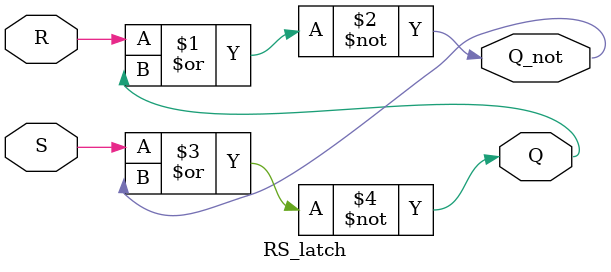
<source format=v>
 module RS_latch(
 input R,
 input S,
 output Q, 
 output Q_not
 );

 
 nor U2(Q_not, R, Q);
 nor U1(Q, S, Q_not);


 
 
 endmodule
 
</source>
